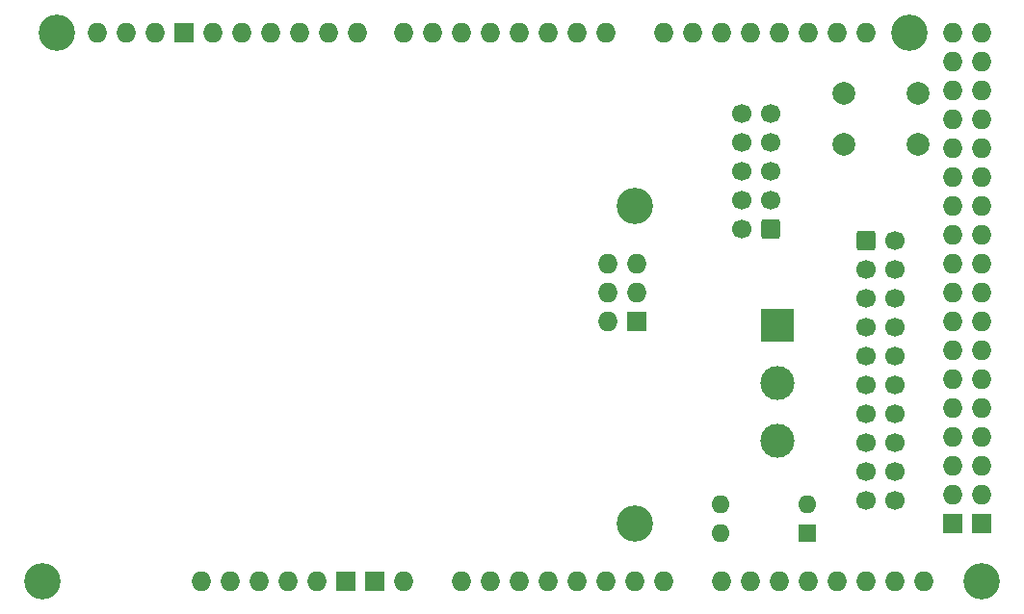
<source format=gbr>
%TF.GenerationSoftware,KiCad,Pcbnew,7.0.6*%
%TF.CreationDate,2023-09-19T12:42:17+08:00*%
%TF.ProjectId,Control Panel Mega Shield,436f6e74-726f-46c2-9050-616e656c204d,0*%
%TF.SameCoordinates,Original*%
%TF.FileFunction,Soldermask,Top*%
%TF.FilePolarity,Negative*%
%FSLAX46Y46*%
G04 Gerber Fmt 4.6, Leading zero omitted, Abs format (unit mm)*
G04 Created by KiCad (PCBNEW 7.0.6) date 2023-09-19 12:42:17*
%MOMM*%
%LPD*%
G01*
G04 APERTURE LIST*
G04 Aperture macros list*
%AMRoundRect*
0 Rectangle with rounded corners*
0 $1 Rounding radius*
0 $2 $3 $4 $5 $6 $7 $8 $9 X,Y pos of 4 corners*
0 Add a 4 corners polygon primitive as box body*
4,1,4,$2,$3,$4,$5,$6,$7,$8,$9,$2,$3,0*
0 Add four circle primitives for the rounded corners*
1,1,$1+$1,$2,$3*
1,1,$1+$1,$4,$5*
1,1,$1+$1,$6,$7*
1,1,$1+$1,$8,$9*
0 Add four rect primitives between the rounded corners*
20,1,$1+$1,$2,$3,$4,$5,0*
20,1,$1+$1,$4,$5,$6,$7,0*
20,1,$1+$1,$6,$7,$8,$9,0*
20,1,$1+$1,$8,$9,$2,$3,0*%
G04 Aperture macros list end*
%ADD10R,1.600000X1.600000*%
%ADD11O,1.600000X1.600000*%
%ADD12C,2.000000*%
%ADD13C,1.700000*%
%ADD14RoundRect,0.250000X-0.600000X-0.600000X0.600000X-0.600000X0.600000X0.600000X-0.600000X0.600000X0*%
%ADD15RoundRect,0.250000X0.600000X0.600000X-0.600000X0.600000X-0.600000X-0.600000X0.600000X-0.600000X0*%
%ADD16C,3.000000*%
%ADD17R,3.000000X3.000000*%
%ADD18C,3.200000*%
%ADD19O,1.727200X1.727200*%
%ADD20R,1.727200X1.727200*%
G04 APERTURE END LIST*
D10*
%TO.C,SW2*%
X81200000Y-46576000D03*
D11*
X81200000Y-44036000D03*
X73580000Y-44036000D03*
X73580000Y-46576000D03*
%TD*%
D12*
%TO.C,SW1*%
X90880000Y-12410000D03*
X84380000Y-12410000D03*
X90880000Y-7910000D03*
X84380000Y-7910000D03*
%TD*%
D13*
%TO.C,J1*%
X88900000Y-43688000D03*
X86360000Y-43688000D03*
X88900000Y-41148000D03*
X86360000Y-41148000D03*
X88900000Y-38608000D03*
X86360000Y-38608000D03*
X88900000Y-36068000D03*
X86360000Y-36068000D03*
X88900000Y-33528000D03*
X86360000Y-33528000D03*
X88900000Y-30988000D03*
X86360000Y-30988000D03*
X88900000Y-28448000D03*
X86360000Y-28448000D03*
X88900000Y-25908000D03*
X86360000Y-25908000D03*
X88900000Y-23368000D03*
X86360000Y-23368000D03*
X88900000Y-20828000D03*
D14*
X86360000Y-20828000D03*
%TD*%
D13*
%TO.C,J3*%
X75438000Y-9652000D03*
X77978000Y-9652000D03*
X75438000Y-12192000D03*
X77978000Y-12192000D03*
X75438000Y-14732000D03*
X77978000Y-14732000D03*
X75438000Y-17272000D03*
X77978000Y-17272000D03*
X75438000Y-19812000D03*
D15*
X77978000Y-19812000D03*
%TD*%
D16*
%TO.C,J2*%
X78550000Y-38428000D03*
X78550000Y-33348000D03*
D17*
X78550000Y-28268000D03*
%TD*%
D18*
%TO.C,XA1*%
X13970000Y-50800000D03*
X15240000Y-2540000D03*
D19*
X27940000Y-50800000D03*
D18*
X66040000Y-17780000D03*
X66040000Y-45720000D03*
X90170000Y-2540000D03*
X96520000Y-50800000D03*
D19*
X35560000Y-50800000D03*
X38100000Y-50800000D03*
X66167000Y-22860000D03*
X93980000Y-2540000D03*
X96520000Y-2540000D03*
X50800000Y-50800000D03*
X53340000Y-50800000D03*
X55880000Y-50800000D03*
X58420000Y-50800000D03*
X60960000Y-50800000D03*
X63500000Y-50800000D03*
X66040000Y-50800000D03*
X68580000Y-50800000D03*
X73660000Y-50800000D03*
X76200000Y-50800000D03*
X78740000Y-50800000D03*
X81280000Y-50800000D03*
X83820000Y-50800000D03*
X86360000Y-50800000D03*
X88900000Y-50800000D03*
X91440000Y-50800000D03*
X23876000Y-2540000D03*
X63500000Y-2540000D03*
X60960000Y-2540000D03*
X58420000Y-2540000D03*
X55880000Y-2540000D03*
X53340000Y-2540000D03*
X50800000Y-2540000D03*
X48260000Y-2540000D03*
X45720000Y-2540000D03*
X41656000Y-2540000D03*
X39116000Y-2540000D03*
X36576000Y-2540000D03*
X34036000Y-2540000D03*
X31496000Y-2540000D03*
X28956000Y-2540000D03*
X68580000Y-2540000D03*
X71120000Y-2540000D03*
X73660000Y-2540000D03*
X76200000Y-2540000D03*
X78740000Y-2540000D03*
X81280000Y-2540000D03*
X83820000Y-2540000D03*
X86360000Y-2540000D03*
X93980000Y-5080000D03*
X96520000Y-5080000D03*
X93980000Y-7620000D03*
X96520000Y-7620000D03*
X93980000Y-10160000D03*
X96520000Y-10160000D03*
X93980000Y-12700000D03*
X96520000Y-12700000D03*
X93980000Y-15240000D03*
X96520000Y-15240000D03*
X93980000Y-17780000D03*
X96520000Y-17780000D03*
X93980000Y-20320000D03*
X96520000Y-20320000D03*
X93980000Y-22860000D03*
X96520000Y-22860000D03*
X93980000Y-25400000D03*
X96520000Y-25400000D03*
X93980000Y-27940000D03*
X96520000Y-27940000D03*
X93980000Y-30480000D03*
X96520000Y-30480000D03*
X93980000Y-33020000D03*
X96520000Y-33020000D03*
X93980000Y-35560000D03*
X96520000Y-35560000D03*
X93980000Y-38100000D03*
X96520000Y-38100000D03*
X93980000Y-40640000D03*
X96520000Y-40640000D03*
X93980000Y-43180000D03*
X96520000Y-43180000D03*
D20*
X26416000Y-2540000D03*
X40640000Y-50800000D03*
X43180000Y-50800000D03*
X66167000Y-27940000D03*
X93980000Y-45720000D03*
X96520000Y-45720000D03*
D19*
X30480000Y-50800000D03*
X63627000Y-22860000D03*
X66167000Y-25400000D03*
X33020000Y-50800000D03*
X63627000Y-27940000D03*
X63627000Y-25400000D03*
X18796000Y-2540000D03*
X21336000Y-2540000D03*
X45720000Y-50800000D03*
%TD*%
M02*

</source>
